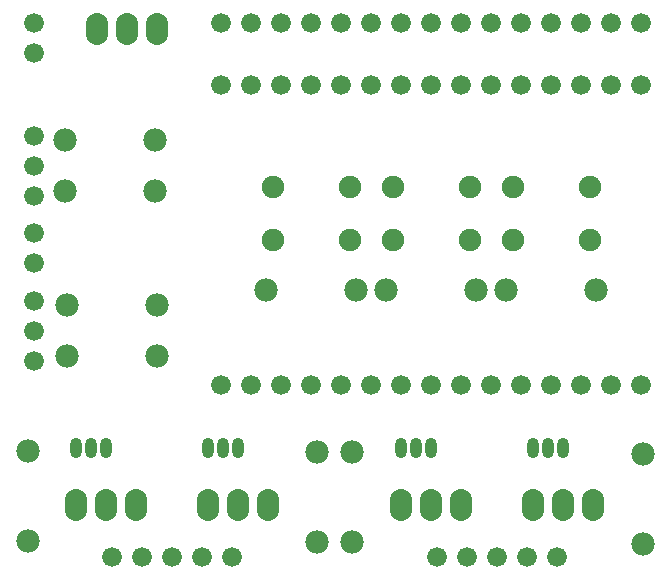
<source format=gts>
G04 Layer: TopSolderMaskLayer*
G04 EasyEDA v6.5.22, 2023-04-12 12:18:29*
G04 Gerber Generator version 0.2*
G04 Scale: 100 percent, Rotated: No, Reflected: No *
G04 Dimensions in millimeters *
G04 leading zeros omitted , absolute positions ,4 integer and 5 decimal *
%FSLAX45Y45*%
%MOMM*%

%ADD10C,1.6764*%
%ADD11C,1.9016*%
%ADD12O,1.0015981999999999X1.7015968*%
%ADD13C,1.9812*%
%ADD14O,1.9015964X2.7015948*%

%LPD*%
D10*
G01*
X6261100Y4889500D03*
G01*
X6515100Y4889500D03*
G01*
X6769100Y4889500D03*
G01*
X7023100Y4889500D03*
G01*
X7277100Y4889500D03*
G01*
X3505200Y4889500D03*
G01*
X3759200Y4889500D03*
G01*
X4013200Y4889500D03*
G01*
X4267200Y4889500D03*
G01*
X4521200Y4889500D03*
G01*
X7988300Y9410700D03*
G01*
X7734300Y9410700D03*
G01*
X7480300Y9410700D03*
G01*
X7226300Y9410700D03*
G01*
X6972300Y9410700D03*
G01*
X6718300Y9410700D03*
G01*
X6464300Y9410700D03*
G01*
X6210300Y9410700D03*
G01*
X5956300Y9410700D03*
G01*
X5702300Y9410700D03*
G01*
X5448300Y9410700D03*
G01*
X5194300Y9410700D03*
G01*
X4940300Y9410700D03*
G01*
X4686300Y9410700D03*
G01*
X4432300Y9410700D03*
G01*
X4432300Y6350000D03*
G01*
X4686300Y6350000D03*
G01*
X4940300Y6350000D03*
G01*
X5194300Y6350000D03*
G01*
X5448300Y6350000D03*
G01*
X5702300Y6350000D03*
G01*
X5956300Y6350000D03*
G01*
X6210300Y6350000D03*
G01*
X6464300Y6350000D03*
G01*
X6718300Y6350000D03*
G01*
X6972300Y6350000D03*
G01*
X7226300Y6350000D03*
G01*
X7480300Y6350000D03*
G01*
X7734300Y6350000D03*
G01*
X7988300Y6350000D03*
G01*
X4432300Y8890000D03*
G01*
X4686300Y8890000D03*
G01*
X4940300Y8890000D03*
G01*
X5194300Y8890000D03*
G01*
X5448300Y8890000D03*
G01*
X5702300Y8890000D03*
G01*
X5956300Y8890000D03*
G01*
X6210300Y8890000D03*
G01*
X6464300Y8890000D03*
G01*
X6718300Y8890000D03*
G01*
X6972300Y8890000D03*
G01*
X7226300Y8890000D03*
G01*
X7480300Y8890000D03*
G01*
X7734300Y8890000D03*
G01*
X7988300Y8890000D03*
G01*
X2844800Y7632700D03*
G01*
X2844800Y7378700D03*
G01*
X2844800Y9410700D03*
G01*
X2844800Y9156700D03*
D11*
G01*
X6901179Y8022844D03*
G01*
X6901179Y7572755D03*
G01*
X7551420Y8022844D03*
G01*
X7551420Y7572755D03*
G01*
X5885179Y8022844D03*
G01*
X5885179Y7572755D03*
G01*
X6535420Y8022844D03*
G01*
X6535420Y7572755D03*
G01*
X4869179Y8022844D03*
G01*
X4869179Y7572755D03*
G01*
X5519420Y8022844D03*
G01*
X5519420Y7572755D03*
D12*
G01*
X7327900Y5816600D03*
G01*
X7200900Y5816600D03*
G01*
X7073900Y5816600D03*
G01*
X6210300Y5816600D03*
G01*
X6083300Y5816600D03*
G01*
X5956300Y5816600D03*
G01*
X4572000Y5816600D03*
G01*
X4445000Y5816600D03*
G01*
X4318000Y5816600D03*
G01*
X3454400Y5816600D03*
G01*
X3327400Y5816600D03*
G01*
X3200400Y5816600D03*
D13*
G01*
X8001000Y5765800D03*
G01*
X8001000Y5003800D03*
G01*
X5537200Y5016500D03*
G01*
X5537200Y5778500D03*
G01*
X5245100Y5016500D03*
G01*
X5245100Y5778500D03*
G01*
X2794000Y5029200D03*
G01*
X2794000Y5791200D03*
G01*
X3111500Y8420100D03*
G01*
X3873500Y8420100D03*
G01*
X3111500Y7988300D03*
G01*
X3873500Y7988300D03*
G01*
X4813300Y7150100D03*
G01*
X5575300Y7150100D03*
G01*
X5829300Y7150100D03*
G01*
X6591300Y7150100D03*
G01*
X6845300Y7150100D03*
G01*
X7607300Y7150100D03*
G01*
X3124200Y6591300D03*
G01*
X3886200Y6591300D03*
G01*
X3124200Y7023100D03*
G01*
X3886200Y7023100D03*
D10*
G01*
X2844800Y7950200D03*
G01*
X2844800Y8204200D03*
G01*
X2844800Y8458200D03*
G01*
X2844800Y6553200D03*
G01*
X2844800Y6807200D03*
G01*
X2844800Y7061200D03*
D14*
G01*
X3632200Y9359417D03*
G01*
X3378174Y9360408D03*
G01*
X3886200Y9359392D03*
G01*
X7327900Y5334482D03*
G01*
X7581925Y5333492D03*
G01*
X7073900Y5334507D03*
G01*
X6210300Y5334482D03*
G01*
X6464325Y5333492D03*
G01*
X5956300Y5334507D03*
G01*
X3454374Y5334507D03*
G01*
X3708400Y5333517D03*
G01*
X3200374Y5334507D03*
G01*
X4571974Y5334507D03*
G01*
X4826000Y5333517D03*
G01*
X4317974Y5334507D03*
M02*

</source>
